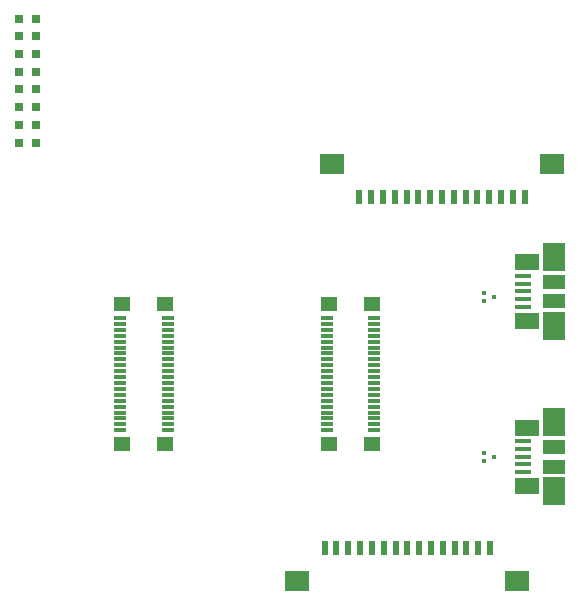
<source format=gbr>
G04 #@! TF.GenerationSoftware,KiCad,Pcbnew,5.1.5+dfsg1-2~bpo10+1*
G04 #@! TF.CreationDate,2020-02-19T22:44:21+01:00*
G04 #@! TF.ProjectId,gem-demo-board,67656d2d-6465-46d6-9f2d-626f6172642e,rev?*
G04 #@! TF.SameCoordinates,Original*
G04 #@! TF.FileFunction,Paste,Top*
G04 #@! TF.FilePolarity,Positive*
%FSLAX46Y46*%
G04 Gerber Fmt 4.6, Leading zero omitted, Abs format (unit mm)*
G04 Created by KiCad (PCBNEW 5.1.5+dfsg1-2~bpo10+1) date 2020-02-19 22:44:21*
%MOMM*%
%LPD*%
G04 APERTURE LIST*
%ADD10R,0.600000X1.300000*%
%ADD11R,2.000000X1.800000*%
%ADD12R,0.800000X0.800000*%
%ADD13R,0.300000X0.300000*%
%ADD14R,1.100000X0.300000*%
%ADD15R,1.320000X1.300000*%
%ADD16R,1.380000X0.450000*%
%ADD17R,2.100000X1.475000*%
%ADD18R,1.900000X1.175000*%
%ADD19R,1.900000X2.375000*%
G04 APERTURE END LIST*
D10*
X72300000Y-48250000D03*
X73300000Y-48250000D03*
X74300000Y-48250000D03*
X75300000Y-48250000D03*
X76300000Y-48250000D03*
X77300000Y-48250000D03*
X78300000Y-48250000D03*
X79300000Y-48250000D03*
X71300000Y-48250000D03*
X70300000Y-48250000D03*
X69300000Y-48250000D03*
X68300000Y-48250000D03*
X67300000Y-48250000D03*
X66300000Y-48250000D03*
X65300000Y-48250000D03*
D11*
X63000000Y-45500000D03*
X81600000Y-45500000D03*
X60070000Y-80760000D03*
X78670000Y-80760000D03*
D10*
X76370000Y-78010000D03*
X75370000Y-78010000D03*
X74370000Y-78010000D03*
X73370000Y-78010000D03*
X72370000Y-78010000D03*
X71370000Y-78010000D03*
X70370000Y-78010000D03*
X62370000Y-78010000D03*
X63370000Y-78010000D03*
X64370000Y-78010000D03*
X65370000Y-78010000D03*
X66370000Y-78010000D03*
X67370000Y-78010000D03*
X68370000Y-78010000D03*
X69370000Y-78010000D03*
D12*
X37950000Y-39150000D03*
X36450000Y-39150000D03*
X36450000Y-40650000D03*
X37950000Y-40650000D03*
X36450000Y-43650000D03*
X37950000Y-43650000D03*
X37950000Y-36150000D03*
X36450000Y-36150000D03*
X36450000Y-37650000D03*
X37950000Y-37650000D03*
X37950000Y-34650000D03*
X36450000Y-34650000D03*
X36450000Y-42150000D03*
X37950000Y-42150000D03*
X36450000Y-33150000D03*
X37950000Y-33150000D03*
D13*
X75875000Y-56400000D03*
X76725000Y-56750000D03*
X75875000Y-57100000D03*
D14*
X45053780Y-68002000D03*
X45053780Y-67502000D03*
X45053780Y-67002000D03*
X45053780Y-66502000D03*
X45053780Y-66002000D03*
X45053780Y-65502000D03*
X45053780Y-65002000D03*
X45053780Y-64502000D03*
X45053780Y-64002000D03*
X45053780Y-63502000D03*
X45053780Y-63002000D03*
X45053780Y-62502000D03*
X45053780Y-62002000D03*
X45053780Y-61502000D03*
X45053780Y-61002000D03*
X45053780Y-60502000D03*
X45053780Y-60002000D03*
X45053780Y-59502000D03*
X45053780Y-59002000D03*
X45053780Y-58502000D03*
X49072880Y-68002000D03*
X49072880Y-67502000D03*
X49072880Y-67002000D03*
X49072880Y-66502000D03*
X49072880Y-66002000D03*
X49072880Y-65502000D03*
X49072880Y-65002000D03*
X49072880Y-64502000D03*
X49072880Y-64002000D03*
X49072880Y-63502000D03*
X49072880Y-63002000D03*
X49072880Y-62502000D03*
X49072880Y-62002000D03*
X49072880Y-61502000D03*
X49072880Y-61002000D03*
X49072880Y-60502000D03*
X49072880Y-60002000D03*
X49072880Y-59502000D03*
X49072880Y-59002000D03*
X49072880Y-58502000D03*
D15*
X45241740Y-69208500D03*
X48882380Y-69203420D03*
X45241740Y-57300980D03*
X48882380Y-57300980D03*
D14*
X62553780Y-68002000D03*
X62553780Y-67502000D03*
X62553780Y-67002000D03*
X62553780Y-66502000D03*
X62553780Y-66002000D03*
X62553780Y-65502000D03*
X62553780Y-65002000D03*
X62553780Y-64502000D03*
X62553780Y-64002000D03*
X62553780Y-63502000D03*
X62553780Y-63002000D03*
X62553780Y-62502000D03*
X62553780Y-62002000D03*
X62553780Y-61502000D03*
X62553780Y-61002000D03*
X62553780Y-60502000D03*
X62553780Y-60002000D03*
X62553780Y-59502000D03*
X62553780Y-59002000D03*
X62553780Y-58502000D03*
X66572880Y-68002000D03*
X66572880Y-67502000D03*
X66572880Y-67002000D03*
X66572880Y-66502000D03*
X66572880Y-66002000D03*
X66572880Y-65502000D03*
X66572880Y-65002000D03*
X66572880Y-64502000D03*
X66572880Y-64002000D03*
X66572880Y-63502000D03*
X66572880Y-63002000D03*
X66572880Y-62502000D03*
X66572880Y-62002000D03*
X66572880Y-61502000D03*
X66572880Y-61002000D03*
X66572880Y-60502000D03*
X66572880Y-60002000D03*
X66572880Y-59502000D03*
X66572880Y-59002000D03*
X66572880Y-58502000D03*
D15*
X62741740Y-69208500D03*
X66382380Y-69203420D03*
X62741740Y-57300980D03*
X66382380Y-57300980D03*
D13*
X75875000Y-69900000D03*
X76725000Y-70250000D03*
X75875000Y-70600000D03*
D16*
X79140000Y-68950000D03*
X79140000Y-69600000D03*
X79140000Y-70250000D03*
X79140000Y-70900000D03*
X79140000Y-71550000D03*
D17*
X79500000Y-72712500D03*
D18*
X81800000Y-71087500D03*
D19*
X81800000Y-67337500D03*
X81800000Y-73162500D03*
D18*
X81800000Y-69412500D03*
D17*
X79500000Y-67787500D03*
X79500000Y-53787500D03*
D18*
X81800000Y-55412500D03*
D19*
X81800000Y-59162500D03*
X81800000Y-53337500D03*
D18*
X81800000Y-57087500D03*
D17*
X79500000Y-58712500D03*
D16*
X79140000Y-57550000D03*
X79140000Y-56900000D03*
X79140000Y-56250000D03*
X79140000Y-55600000D03*
X79140000Y-54950000D03*
M02*

</source>
